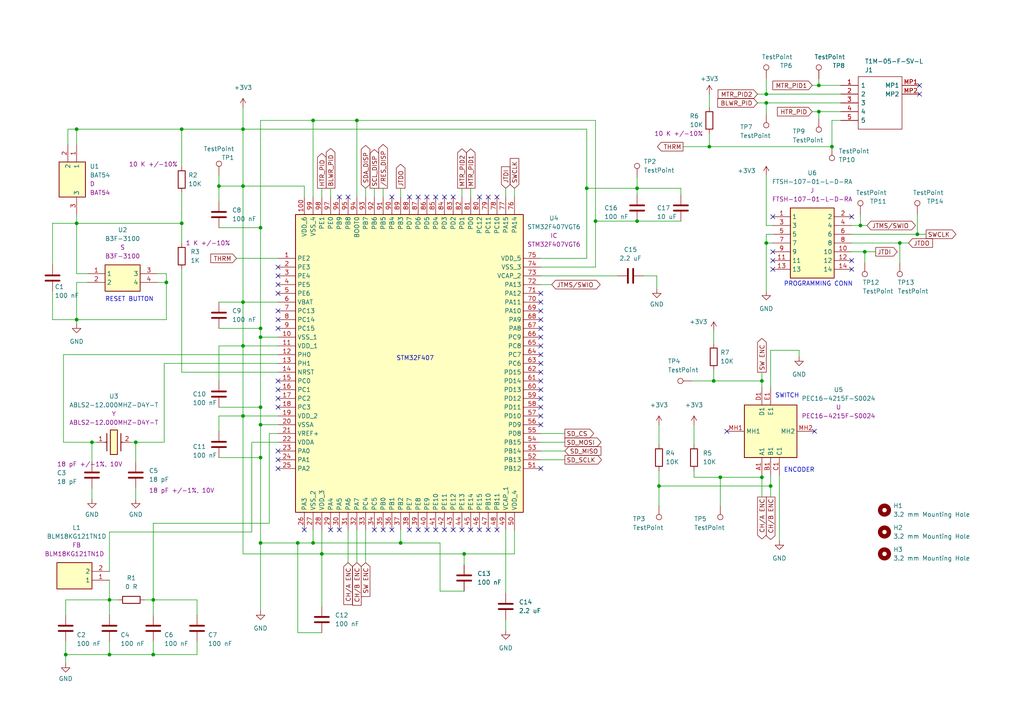
<source format=kicad_sch>
(kicad_sch (version 20231120) (generator "eeschema") (generator_version "8.0")
  (paper "A4")
  (lib_symbols
    (symbol "ABLS2-12_000MHZ-D4Y-T:ABLS2-12.000MHZ-D4Y-T" (pin_names hide)
      (property "Value" "ABLS2-12.000MHZ-D4Y-T" (at 0 0 0))
      (property "Reference_1" "Y" (at 8.89 6.35 0))
      (property "Value_1" "ABLS2-12.000MHZ-D4Y-T" (at 8.89 3.81 0))
      (symbol "ABLS2-12.000MHZ-D4Y-T_1_1"
        (pin passive line (at 0 0 0) (length 2.54) (name "1") (number "1"))
        (pin passive line (at 10.16 0 180) (length 2.54) (name "2") (number "2"))
      )
    )
    (symbol "B3F-3100:B3F-3100"
      (property "Value" "B3F-3100" (at 0 0 0))
      (property "Reference_1" "S" (at 16.51 7.62 0))
      (property "Value_1" "B3F-3100" (at 16.51 5.08 0))
      (symbol "B3F-3100_1_1"
        (pin passive line (at 0 0 0) (length 5.08) (name "1") (number "1"))
        (pin passive line (at 0 -2.54 0) (length 5.08) (name "2") (number "2"))
        (pin passive line (at 20.32 0 180) (length 5.08) (name "3") (number "3"))
        (pin passive line (at 20.32 -2.54 180) (length 5.08) (name "4") (number "4"))
      )
    )
    (symbol "BAT54:BAT54"
      (property "Value" "BAT54" (at 0 0 0))
      (property "Reference_1" "D" (at 16.51 7.62 0))
      (property "Value_1" "BAT54" (at 16.51 5.08 0))
      (symbol "BAT54_1_1"
        (pin passive line (at 0 0 0) (length 5.08) (name "1") (number "1"))
        (pin passive line (at 0 -2.54 0) (length 5.08) (name "2") (number "2"))
        (pin passive line (at 20.32 0 180) (length 5.08) (name "3") (number "3"))
      )
    )
    (symbol "BLM18KG121TN1D:BLM18KG121TN1D"
      (property "Value" "BLM18KG121TN1D" (at 0 0 0))
      (property "Reference_1" "FB" (at 16.51 7.62 0))
      (property "Value_1" "BLM18KG121TN1D" (at 16.51 5.08 0))
      (symbol "BLM18KG121TN1D_1_1"
        (pin passive line (at 0 0 0) (length 5.08) (name "1") (number "1"))
        (pin passive line (at 0 -2.54 0) (length 5.08) (name "2") (number "2"))
      )
    )
    (symbol "Connector:TestPoint" (pin_numbers hide) (pin_names (offset 0.762) hide)
      (property "Reference" "TP" (at 0 6.858 0))
      (property "Value" "TestPoint" (at 0 5.08 0))
      (symbol "TestPoint_1_1"
        (pin passive line (at 0 0 90) (length 2.54) (name "1") (number "1"))
      )
    )
    (symbol "Device:C" (pin_numbers hide) (pin_names (offset 0.254))
      (property "Reference" "C" (at 0.635 2.54 0))
      (property "Value" "C" (at 0.635 -2.54 0))
      (symbol "C_1_1"
        (pin passive line (at 0 3.81 270) (length 2.794) (name "~") (number "1"))
        (pin passive line (at 0 -3.81 90) (length 2.794) (name "~") (number "2"))
      )
    )
    (symbol "Device:R" (pin_numbers hide) (pin_names (offset 0))
      (property "Reference" "R" (at 2.032 0 90))
      (property "Value" "R" (at 0 0 90))
      (symbol "R_1_1"
        (pin passive line (at 0 3.81 270) (length 1.27) (name "~") (number "1"))
        (pin passive line (at 0 -3.81 90) (length 1.27) (name "~") (number "2"))
      )
    )
    (symbol "FTSH-107-01-L-D-RA:FTSH-107-01-L-D-RA"
      (property "Value" "FTSH-107-01-L-D-RA" (at 0 0 0))
      (property "Reference_1" "J" (at 19.05 7.62 0))
      (property "Value_1" "FTSH-107-01-L-D-RA" (at 19.05 5.08 0))
      (symbol "FTSH-107-01-L-D-RA_1_1"
        (pin passive line (at 0 0 0) (length 5.08) (name "1") (number "1"))
        (pin passive line (at 22.86 -10.16 180) (length 5.08) (name "10") (number "10"))
        (pin passive line (at 0 -12.7 0) (length 5.08) (name "11") (number "11"))
        (pin passive line (at 22.86 -12.7 180) (length 5.08) (name "12") (number "12"))
        (pin passive line (at 0 -15.24 0) (length 5.08) (name "13") (number "13"))
        (pin passive line (at 22.86 -15.24 180) (length 5.08) (name "14") (number "14"))
        (pin passive line (at 22.86 0 180) (length 5.08) (name "2") (number "2"))
        (pin passive line (at 0 -2.54 0) (length 5.08) (name "3") (number "3"))
        (pin passive line (at 22.86 -2.54 180) (length 5.08) (name "4") (number "4"))
        (pin passive line (at 0 -5.08 0) (length 5.08) (name "5") (number "5"))
        (pin passive line (at 22.86 -5.08 180) (length 5.08) (name "6") (number "6"))
        (pin passive line (at 0 -7.62 0) (length 5.08) (name "7") (number "7"))
        (pin passive line (at 22.86 -7.62 180) (length 5.08) (name "8") (number "8"))
        (pin passive line (at 0 -10.16 0) (length 5.08) (name "9") (number "9"))
      )
    )
    (symbol "Mechanical:MountingHole" (pin_names (offset 1.016))
      (property "Reference" "H" (at 0 5.08 0))
      (property "Value" "MountingHole" (at 0 3.175 0))
    )
    (symbol "PEC16-4215F-S0024:PEC16-4215F-S0024"
      (property "Value" "PEC16-4215F-S0024" (at 0 0 0))
      (property "Reference_1" "U" (at 21.59 12.7 0))
      (property "Value_1" "PEC16-4215F-S0024" (at 21.59 10.16 0))
      (symbol "PEC16-4215F-S0024_1_1"
        (pin passive line (at 10.16 -12.7 90) (length 5.08) (name "A1") (number "A1"))
        (pin passive line (at 12.7 -12.7 90) (length 5.08) (name "B1") (number "B1"))
        (pin passive line (at 15.24 -12.7 90) (length 5.08) (name "C1") (number "C1"))
        (pin passive line (at 10.16 12.7 270) (length 5.08) (name "D1") (number "D1"))
        (pin passive line (at 12.7 12.7 270) (length 5.08) (name "E1") (number "E1"))
        (pin passive line (at 0 0 0) (length 5.08) (name "MH1") (number "MH1"))
        (pin passive line (at 25.4 0 180) (length 5.08) (name "MH2") (number "MH2"))
      )
    )
    (symbol "STM32F407VGT6:STM32F407VGT6"
      (property "Value" "STM32F407VGT6" (at 0 0 0))
      (property "Reference_1" "IC" (at 72.39 17.78 0))
      (property "Value_1" "STM32F407VGT6" (at 72.39 15.24 0))
      (symbol "STM32F407VGT6_1_1"
        (pin passive line (at 0 0 0) (length 5.08) (name "PE2") (number "1"))
        (pin passive line (at 0 -22.86 0) (length 5.08) (name "VSS_1") (number "10"))
        (pin passive line (at 7.62 17.78 270) (length 5.08) (name "VDD_6") (number "100"))
        (pin passive line (at 0 -25.4 0) (length 5.08) (name "VDD_1") (number "11"))
        (pin passive line (at 0 -27.94 0) (length 5.08) (name "PH0") (number "12"))
        (pin passive line (at 0 -30.48 0) (length 5.08) (name "PH1") (number "13"))
        (pin passive line (at 0 -33.02 0) (length 5.08) (name "NRST") (number "14"))
        (pin passive line (at 0 -35.56 0) (length 5.08) (name "PC0") (number "15"))
        (pin passive line (at 0 -38.1 0) (length 5.08) (name "PC1") (number "16"))
        (pin passive line (at 0 -40.64 0) (length 5.08) (name "PC2") (number "17"))
        (pin passive line (at 0 -43.18 0) (length 5.08) (name "PC3") (number "18"))
        (pin passive line (at 0 -45.72 0) (length 5.08) (name "VDD_2") (number "19"))
        (pin passive line (at 0 -2.54 0) (length 5.08) (name "PE3") (number "2"))
        (pin passive line (at 0 -48.26 0) (length 5.08) (name "VSSA") (number "20"))
        (pin passive line (at 0 -50.8 0) (length 5.08) (name "VREF+") (number "21"))
        (pin passive line (at 0 -53.34 0) (length 5.08) (name "VDDA") (number "22"))
        (pin passive line (at 0 -55.88 0) (length 5.08) (name "PA0") (number "23"))
        (pin passive line (at 0 -58.42 0) (length 5.08) (name "PA1") (number "24"))
        (pin passive line (at 0 -60.96 0) (length 5.08) (name "PA2") (number "25"))
        (pin passive line (at 7.62 -78.74 90) (length 5.08) (name "PA3") (number "26"))
        (pin passive line (at 10.16 -78.74 90) (length 5.08) (name "VSS_2") (number "27"))
        (pin passive line (at 12.7 -78.74 90) (length 5.08) (name "VDD_3") (number "28"))
        (pin passive line (at 15.24 -78.74 90) (length 5.08) (name "PA4") (number "29"))
        (pin passive line (at 0 -5.08 0) (length 5.08) (name "PE4") (number "3"))
        (pin passive line (at 17.78 -78.74 90) (length 5.08) (name "PA5") (number "30"))
        (pin passive line (at 20.32 -78.74 90) (length 5.08) (name "PA6") (number "31"))
        (pin passive line (at 22.86 -78.74 90) (length 5.08) (name "PA7") (number "32"))
        (pin passive line (at 25.4 -78.74 90) (length 5.08) (name "PC4") (number "33"))
        (pin passive line (at 27.94 -78.74 90) (length 5.08) (name "PC5") (number "34"))
        (pin passive line (at 30.48 -78.74 90) (length 5.08) (name "PB0") (number "35"))
        (pin passive line (at 33.02 -78.74 90) (length 5.08) (name "PB1") (number "36"))
        (pin passive line (at 35.56 -78.74 90) (length 5.08) (name "PB2") (number "37"))
        (pin passive line (at 38.1 -78.74 90) (length 5.08) (name "PE7") (number "38"))
        (pin passive line (at 40.64 -78.74 90) (length 5.08) (name "PE8") (number "39"))
        (pin passive line (at 0 -7.62 0) (length 5.08) (name "PE5") (number "4"))
        (pin passive line (at 43.18 -78.74 90) (length 5.08) (name "PE9") (number "40"))
        (pin passive line (at 45.72 -78.74 90) (length 5.08) (name "PE10") (number "41"))
        (pin passive line (at 48.26 -78.74 90) (length 5.08) (name "PE11") (number "42"))
        (pin passive line (at 50.8 -78.74 90) (length 5.08) (name "PE12") (number "43"))
        (pin passive line (at 53.34 -78.74 90) (length 5.08) (name "PE13") (number "44"))
        (pin passive line (at 55.88 -78.74 90) (length 5.08) (name "PE14") (number "45"))
        (pin passive line (at 58.42 -78.74 90) (length 5.08) (name "PE15") (number "46"))
        (pin passive line (at 60.96 -78.74 90) (length 5.08) (name "PB10") (number "47"))
        (pin passive line (at 63.5 -78.74 90) (length 5.08) (name "PB11") (number "48"))
        (pin passive line (at 66.04 -78.74 90) (length 5.08) (name "VCAP_1") (number "49"))
        (pin passive line (at 0 -10.16 0) (length 5.08) (name "PE6") (number "5"))
        (pin passive line (at 68.58 -78.74 90) (length 5.08) (name "VDD_4") (number "50"))
        (pin passive line (at 76.2 -60.96 180) (length 5.08) (name "PB12") (number "51"))
        (pin passive line (at 76.2 -58.42 180) (length 5.08) (name "PB13") (number "52"))
        (pin passive line (at 76.2 -55.88 180) (length 5.08) (name "PB14") (number "53"))
        (pin passive line (at 76.2 -53.34 180) (length 5.08) (name "PB15") (number "54"))
        (pin passive line (at 76.2 -50.8 180) (length 5.08) (name "PD8") (number "55"))
        (pin passive line (at 76.2 -48.26 180) (length 5.08) (name "PD9") (number "56"))
        (pin passive line (at 76.2 -45.72 180) (length 5.08) (name "PD10") (number "57"))
        (pin passive line (at 76.2 -43.18 180) (length 5.08) (name "PD11") (number "58"))
        (pin passive line (at 76.2 -40.64 180) (length 5.08) (name "PD12") (number "59"))
        (pin passive line (at 0 -12.7 0) (length 5.08) (name "VBAT") (number "6"))
        (pin passive line (at 76.2 -38.1 180) (length 5.08) (name "PD13") (number "60"))
        (pin passive line (at 76.2 -35.56 180) (length 5.08) (name "PD14") (number "61"))
        (pin passive line (at 76.2 -33.02 180) (length 5.08) (name "PD15") (number "62"))
        (pin passive line (at 76.2 -30.48 180) (length 5.08) (name "PC6") (number "63"))
        (pin passive line (at 76.2 -27.94 180) (length 5.08) (name "PC7") (number "64"))
        (pin passive line (at 76.2 -25.4 180) (length 5.08) (name "PC8") (number "65"))
        (pin passive line (at 76.2 -22.86 180) (length 5.08) (name "PC9") (number "66"))
        (pin passive line (at 76.2 -20.32 180) (length 5.08) (name "PA8") (number "67"))
        (pin passive line (at 76.2 -17.78 180) (length 5.08) (name "PA9") (number "68"))
        (pin passive line (at 76.2 -15.24 180) (length 5.08) (name "PA10") (number "69"))
        (pin passive line (at 0 -15.24 0) (length 5.08) (name "PC13") (number "7"))
        (pin passive line (at 76.2 -12.7 180) (length 5.08) (name "PA11") (number "70"))
        (pin passive line (at 76.2 -10.16 180) (length 5.08) (name "PA12") (number "71"))
        (pin passive line (at 76.2 -7.62 180) (length 5.08) (name "PA13") (number "72"))
        (pin passive line (at 76.2 -5.08 180) (length 5.08) (name "VCAP_2") (number "73"))
        (pin passive line (at 76.2 -2.54 180) (length 5.08) (name "VSS_3") (number "74"))
        (pin passive line (at 76.2 0 180) (length 5.08) (name "VDD_5") (number "75"))
        (pin passive line (at 68.58 17.78 270) (length 5.08) (name "PA14") (number "76"))
        (pin passive line (at 66.04 17.78 270) (length 5.08) (name "PA15") (number "77"))
        (pin passive line (at 63.5 17.78 270) (length 5.08) (name "PC10") (number "78"))
        (pin passive line (at 60.96 17.78 270) (length 5.08) (name "PC11") (number "79"))
        (pin passive line (at 0 -17.78 0) (length 5.08) (name "PC14") (number "8"))
        (pin passive line (at 58.42 17.78 270) (length 5.08) (name "PC12") (number "80"))
        (pin passive line (at 55.88 17.78 270) (length 5.08) (name "PD0") (number "81"))
        (pin passive line (at 53.34 17.78 270) (length 5.08) (name "PD1") (number "82"))
        (pin passive line (at 50.8 17.78 270) (length 5.08) (name "PD2") (number "83"))
        (pin passive line (at 48.26 17.78 270) (length 5.08) (name "PD3") (number "84"))
        (pin passive line (at 45.72 17.78 270) (length 5.08) (name "PD4") (number "85"))
        (pin passive line (at 43.18 17.78 270) (length 5.08) (name "PD5") (number "86"))
        (pin passive line (at 40.64 17.78 270) (length 5.08) (name "PD6") (number "87"))
        (pin passive line (at 38.1 17.78 270) (length 5.08) (name "PD7") (number "88"))
        (pin passive line (at 35.56 17.78 270) (length 5.08) (name "PB3") (number "89"))
        (pin passive line (at 0 -20.32 0) (length 5.08) (name "PC15") (number "9"))
        (pin passive line (at 33.02 17.78 270) (length 5.08) (name "PB4") (number "90"))
        (pin passive line (at 30.48 17.78 270) (length 5.08) (name "PB5") (number "91"))
        (pin passive line (at 27.94 17.78 270) (length 5.08) (name "PB6") (number "92"))
        (pin passive line (at 25.4 17.78 270) (length 5.08) (name "PB7") (number "93"))
        (pin passive line (at 22.86 17.78 270) (length 5.08) (name "BOOT0") (number "94"))
        (pin passive line (at 20.32 17.78 270) (length 5.08) (name "PB8") (number "95"))
        (pin passive line (at 17.78 17.78 270) (length 5.08) (name "PB9") (number "96"))
        (pin passive line (at 15.24 17.78 270) (length 5.08) (name "PE0") (number "97"))
        (pin passive line (at 12.7 17.78 270) (length 5.08) (name "PE1") (number "98"))
        (pin passive line (at 10.16 17.78 270) (length 5.08) (name "VSS_4") (number "99"))
      )
    )
    (symbol "T1M-05-F-SV-L:T1M-05-F-SV-L" (pin_names (offset 0.762))
      (property "Reference" "J" (at 19.05 7.62 0))
      (property "Value" "T1M-05-F-SV-L" (at 19.05 5.08 0))
      (symbol "T1M-05-F-SV-L_0_0"
        (pin passive line (at 0 0 0) (length 5.08) (name "1") (number "1"))
        (pin passive line (at 0 -2.54 0) (length 5.08) (name "2") (number "2"))
        (pin passive line (at 0 -5.08 0) (length 5.08) (name "3") (number "3"))
        (pin passive line (at 0 -7.62 0) (length 5.08) (name "4") (number "4"))
        (pin passive line (at 0 -10.16 0) (length 5.08) (name "5") (number "5"))
        (pin passive line (at 22.86 0 180) (length 5.08) (name "MP1") (number "MP1"))
        (pin passive line (at 22.86 -2.54 180) (length 5.08) (name "MP2") (number "MP2"))
      )
    )
    (symbol "power:+3.3V" (power) (pin_names (offset 0))
      (property "Value" "+3.3V" (at 0 3.556 0))
      (symbol "+3.3V_1_1"
        (pin power_in line (at 0 0 90) (length 0) hide (name "+3V3") (number "1"))
      )
    )
    (symbol "power:GND" (power) (pin_names (offset 0))
      (property "Value" "GND" (at 0 -3.81 0))
      (symbol "GND_1_1"
        (pin power_in line (at 0 0 270) (length 0) hide (name "GND") (number "1"))
      )
    )
  )
  (junction (at 75.565 95.25))
  (junction (at 237.49 32.385))
  (junction (at 75.565 118.11))
  (junction (at 31.75 173.99))
  (junction (at 90.805 157.48))
  (junction (at 222.25 27.305))
  (junction (at 191.135 140.97))
  (junction (at 170.18 54.61))
  (junction (at 70.485 53.975))
  (junction (at 75.565 66.04))
  (junction (at 75.565 97.79))
  (junction (at 48.26 81.915))
  (junction (at 116.205 157.48))
  (junction (at 52.705 64.77))
  (junction (at 26.67 128.27))
  (junction (at 223.52 140.97))
  (junction (at 70.485 120.65))
  (junction (at 44.45 189.865))
  (junction (at 70.485 100.33))
  (junction (at 75.565 157.48))
  (junction (at 44.45 173.99))
  (junction (at 52.705 37.465))
  (junction (at 205.74 42.545))
  (junction (at 260.985 70.485))
  (junction (at 241.3 42.545))
  (junction (at 220.98 138.43))
  (junction (at 266.065 67.945))
  (junction (at 184.785 64.135))
  (junction (at 134.62 160.655))
  (junction (at 22.225 37.465))
  (junction (at 220.98 110.49))
  (junction (at 249.555 65.405))
  (junction (at 250.825 73.025))
  (junction (at 22.225 64.77))
  (junction (at 75.565 123.19))
  (junction (at 184.785 54.61))
  (junction (at 222.25 29.845))
  (junction (at 70.485 37.465))
  (junction (at 208.915 138.43))
  (junction (at 22.225 92.71))
  (junction (at 237.49 24.765))
  (junction (at 103.505 34.925))
  (junction (at 39.37 128.27))
  (junction (at 19.05 189.865))
  (junction (at 207.01 110.49))
  (junction (at 93.345 160.655))
  (junction (at 222.25 70.485))
  (junction (at 75.565 132.715))
  (junction (at 63.5 53.975))
  (junction (at 172.72 64.135))
  (junction (at 86.36 157.48))
  (junction (at 90.805 34.925))
  (junction (at 70.485 87.63))
  (junction (at 31.75 189.865))
  (no_connect (at 113.665 57.15))
  (no_connect (at 236.22 125.095))
  (no_connect (at 210.82 125.095))
  (no_connect (at 80.645 133.35))
  (no_connect (at 80.645 135.89))
  (no_connect (at 80.645 110.49))
  (no_connect (at 80.645 113.03))
  (no_connect (at 80.645 115.57))
  (no_connect (at 80.645 118.11))
  (no_connect (at 80.645 95.25))
  (no_connect (at 80.645 77.47))
  (no_connect (at 80.645 80.01))
  (no_connect (at 80.645 82.55))
  (no_connect (at 80.645 85.09))
  (no_connect (at 108.585 153.67))
  (no_connect (at 111.125 153.67))
  (no_connect (at 113.665 153.67))
  (no_connect (at 88.265 153.67))
  (no_connect (at 95.885 153.67))
  (no_connect (at 98.425 153.67))
  (no_connect (at 80.645 92.71))
  (no_connect (at 80.645 90.17))
  (no_connect (at 80.645 130.81))
  (no_connect (at 126.365 57.15))
  (no_connect (at 156.845 85.09))
  (no_connect (at 98.425 57.15))
  (no_connect (at 100.965 57.15))
  (no_connect (at 139.065 57.15))
  (no_connect (at 141.605 57.15))
  (no_connect (at 128.905 57.15))
  (no_connect (at 131.445 57.15))
  (no_connect (at 144.145 57.15))
  (no_connect (at 126.365 153.67))
  (no_connect (at 123.825 153.67))
  (no_connect (at 121.285 153.67))
  (no_connect (at 118.745 153.67))
  (no_connect (at 144.145 153.67))
  (no_connect (at 141.605 153.67))
  (no_connect (at 139.065 153.67))
  (no_connect (at 136.525 153.67))
  (no_connect (at 133.985 153.67))
  (no_connect (at 131.445 153.67))
  (no_connect (at 128.905 153.67))
  (no_connect (at 156.845 118.11))
  (no_connect (at 156.845 120.65))
  (no_connect (at 156.845 123.19))
  (no_connect (at 156.845 135.89))
  (no_connect (at 156.845 87.63))
  (no_connect (at 156.845 90.17))
  (no_connect (at 156.845 92.71))
  (no_connect (at 156.845 95.25))
  (no_connect (at 156.845 97.79))
  (no_connect (at 156.845 100.33))
  (no_connect (at 156.845 102.87))
  (no_connect (at 156.845 105.41))
  (no_connect (at 123.825 57.15))
  (no_connect (at 118.745 57.15))
  (no_connect (at 121.285 57.15))
  (no_connect (at 156.845 107.95))
  (no_connect (at 156.845 110.49))
  (no_connect (at 156.845 113.03))
  (no_connect (at 156.845 115.57))
  (no_connect (at 224.155 75.565))
  (no_connect (at 224.155 78.105))
  (no_connect (at 224.155 73.025))
  (no_connect (at 247.015 75.565))
  (no_connect (at 247.015 78.105))
  (no_connect (at 266.7 24.765))
  (no_connect (at 266.7 27.305))
  (no_connect (at 224.155 62.865))
  (no_connect (at 247.015 62.865))
  (wire (pts (xy 235.585 32.385) (xy 237.49 32.385)))
  (wire (pts (xy 156.845 130.81) (xy 163.83 130.81)))
  (wire (pts (xy 170.18 37.465) (xy 170.18 54.61)))
  (wire (pts (xy 95.885 54.61) (xy 95.885 57.15)))
  (wire (pts (xy 75.565 123.19) (xy 80.645 123.19)))
  (wire (pts (xy 222.25 70.485) (xy 222.25 84.455)))
  (wire (pts (xy 111.125 54.61) (xy 111.125 57.15)))
  (wire (pts (xy 247.015 65.405) (xy 249.555 65.405)))
  (wire (pts (xy 70.485 37.465) (xy 170.18 37.465)))
  (wire (pts (xy 88.265 53.975) (xy 70.485 53.975)))
  (wire (pts (xy 170.18 54.61) (xy 184.785 54.61)))
  (wire (pts (xy 156.845 133.35) (xy 163.83 133.35)))
  (wire (pts (xy 201.295 138.43) (xy 201.295 136.525)))
  (wire (pts (xy 146.685 54.61) (xy 146.685 57.15)))
  (wire (pts (xy 197.485 54.61) (xy 197.485 56.515)))
  (wire (pts (xy 75.565 123.19) (xy 75.565 132.715)))
  (wire (pts (xy 224.155 65.405) (xy 222.25 65.405)))
  (wire (pts (xy 184.785 54.61) (xy 184.785 56.515)))
  (wire (pts (xy 224.155 67.945) (xy 222.25 67.945)))
  (wire (pts (xy 63.5 53.975) (xy 63.5 58.42)))
  (wire (pts (xy 86.36 183.515) (xy 86.36 157.48)))
  (wire (pts (xy 80.645 87.63) (xy 70.485 87.63)))
  (wire (pts (xy 134.62 160.655) (xy 93.345 160.655)))
  (wire (pts (xy 222.25 50.8) (xy 222.25 65.405)))
  (wire (pts (xy 156.845 80.01) (xy 179.07 80.01)))
  (wire (pts (xy 31.75 168.275) (xy 31.75 173.99)))
  (wire (pts (xy 90.805 34.925) (xy 90.805 57.15)))
  (wire (pts (xy 47.625 105.41) (xy 80.645 105.41)))
  (wire (pts (xy 63.5 132.715) (xy 75.565 132.715)))
  (wire (pts (xy 191.135 123.19) (xy 191.135 128.905)))
  (wire (pts (xy 18.415 102.87) (xy 80.645 102.87)))
  (wire (pts (xy 190.5 80.01) (xy 190.5 83.82)))
  (wire (pts (xy 57.15 173.99) (xy 57.15 178.435)))
  (wire (pts (xy 222.25 29.845) (xy 243.84 29.845)))
  (wire (pts (xy 172.72 64.135) (xy 184.785 64.135)))
  (wire (pts (xy 19.05 173.99) (xy 19.05 178.435)))
  (wire (pts (xy 22.225 92.71) (xy 48.26 92.71)))
  (wire (pts (xy 93.345 153.67) (xy 93.345 160.655)))
  (wire (pts (xy 250.825 73.025) (xy 254 73.025)))
  (wire (pts (xy 205.74 38.735) (xy 205.74 42.545)))
  (wire (pts (xy 250.825 73.025) (xy 250.825 76.2)))
  (wire (pts (xy 75.565 132.715) (xy 75.565 157.48)))
  (wire (pts (xy 75.565 157.48) (xy 75.565 177.165)))
  (wire (pts (xy 134.62 171.45) (xy 127.635 171.45)))
  (wire (pts (xy 191.135 136.525) (xy 191.135 140.97)))
  (wire (pts (xy 205.74 42.545) (xy 241.3 42.545)))
  (wire (pts (xy 70.485 31.115) (xy 70.485 37.465)))
  (wire (pts (xy 103.505 153.67) (xy 103.505 163.195)))
  (wire (pts (xy 80.645 128.27) (xy 73.025 128.27)))
  (wire (pts (xy 19.05 189.865) (xy 31.75 189.865)))
  (wire (pts (xy 201.295 123.19) (xy 201.295 128.905)))
  (wire (pts (xy 39.37 141.605) (xy 39.37 144.78)))
  (wire (pts (xy 15.24 64.77) (xy 22.225 64.77)))
  (wire (pts (xy 80.645 100.33) (xy 70.485 100.33)))
  (wire (pts (xy 243.84 34.925) (xy 241.3 34.925)))
  (wire (pts (xy 78.105 125.73) (xy 78.105 151.765)))
  (wire (pts (xy 146.685 153.67) (xy 146.685 172.085)))
  (wire (pts (xy 223.52 137.795) (xy 223.52 140.97)))
  (wire (pts (xy 231.775 101.6) (xy 231.775 103.505)))
  (wire (pts (xy 223.52 101.6) (xy 231.775 101.6)))
  (wire (pts (xy 170.18 54.61) (xy 170.18 74.93)))
  (wire (pts (xy 146.685 179.705) (xy 146.685 182.88)))
  (wire (pts (xy 22.225 79.375) (xy 25.4 79.375)))
  (wire (pts (xy 39.37 128.27) (xy 39.37 133.985)))
  (wire (pts (xy 22.225 62.23) (xy 22.225 64.77)))
  (wire (pts (xy 70.485 160.655) (xy 70.485 120.65)))
  (wire (pts (xy 18.415 128.27) (xy 26.67 128.27)))
  (wire (pts (xy 247.015 67.945) (xy 266.065 67.945)))
  (wire (pts (xy 93.345 183.515) (xy 86.36 183.515)))
  (wire (pts (xy 184.785 51.435) (xy 184.785 54.61)))
  (wire (pts (xy 15.24 84.455) (xy 15.24 92.71)))
  (wire (pts (xy 260.985 70.485) (xy 260.985 76.2)))
  (wire (pts (xy 63.5 50.8) (xy 63.5 53.975)))
  (wire (pts (xy 106.045 54.61) (xy 106.045 57.15)))
  (wire (pts (xy 222.25 70.485) (xy 224.155 70.485)))
  (wire (pts (xy 222.25 22.86) (xy 222.25 27.305)))
  (wire (pts (xy 208.915 138.43) (xy 208.915 146.685)))
  (wire (pts (xy 184.785 64.135) (xy 197.485 64.135)))
  (wire (pts (xy 75.565 34.925) (xy 75.565 66.04)))
  (wire (pts (xy 207.01 95.885) (xy 207.01 99.695)))
  (wire (pts (xy 80.645 125.73) (xy 78.105 125.73)))
  (wire (pts (xy 75.565 66.04) (xy 75.565 95.25)))
  (wire (pts (xy 226.06 137.795) (xy 226.06 156.845)))
  (wire (pts (xy 47.625 128.27) (xy 47.625 105.41)))
  (wire (pts (xy 70.485 100.33) (xy 70.485 87.63)))
  (wire (pts (xy 44.45 151.765) (xy 44.45 173.99)))
  (wire (pts (xy 191.135 140.97) (xy 223.52 140.97)))
  (wire (pts (xy 207.01 110.49) (xy 207.01 107.315)))
  (wire (pts (xy 63.5 87.63) (xy 70.485 87.63)))
  (wire (pts (xy 237.49 22.86) (xy 237.49 24.765)))
  (wire (pts (xy 57.15 189.865) (xy 44.45 189.865)))
  (wire (pts (xy 31.75 189.865) (xy 44.45 189.865)))
  (wire (pts (xy 48.26 79.375) (xy 48.26 81.915)))
  (wire (pts (xy 247.015 70.485) (xy 260.985 70.485)))
  (wire (pts (xy 100.965 153.67) (xy 100.965 163.195)))
  (wire (pts (xy 90.805 157.48) (xy 86.36 157.48)))
  (wire (pts (xy 19.05 189.865) (xy 19.05 192.405)))
  (wire (pts (xy 88.265 57.15) (xy 88.265 53.975)))
  (wire (pts (xy 70.485 120.65) (xy 63.5 120.65)))
  (wire (pts (xy 237.49 32.385) (xy 243.84 32.385)))
  (wire (pts (xy 156.845 125.73) (xy 163.83 125.73)))
  (wire (pts (xy 116.205 153.67) (xy 116.205 157.48)))
  (wire (pts (xy 63.5 100.33) (xy 63.5 110.49)))
  (wire (pts (xy 22.225 37.465) (xy 52.705 37.465)))
  (wire (pts (xy 15.24 76.835) (xy 15.24 64.77)))
  (wire (pts (xy 266.065 67.945) (xy 268.605 67.945)))
  (wire (pts (xy 80.645 120.65) (xy 70.485 120.65)))
  (wire (pts (xy 63.5 118.11) (xy 75.565 118.11)))
  (wire (pts (xy 219.71 29.845) (xy 222.25 29.845)))
  (wire (pts (xy 31.75 186.055) (xy 31.75 189.865)))
  (wire (pts (xy 31.75 173.99) (xy 34.29 173.99)))
  (wire (pts (xy 19.05 173.99) (xy 31.75 173.99)))
  (wire (pts (xy 235.585 24.765) (xy 237.49 24.765)))
  (wire (pts (xy 90.805 153.67) (xy 90.805 157.48)))
  (wire (pts (xy 75.565 118.11) (xy 75.565 123.19)))
  (wire (pts (xy 18.415 102.87) (xy 18.415 128.27)))
  (wire (pts (xy 134.62 160.655) (xy 134.62 163.83)))
  (wire (pts (xy 90.805 34.925) (xy 103.505 34.925)))
  (wire (pts (xy 149.225 160.655) (xy 134.62 160.655)))
  (wire (pts (xy 127.635 157.48) (xy 116.205 157.48)))
  (wire (pts (xy 116.205 157.48) (xy 90.805 157.48)))
  (wire (pts (xy 191.135 140.97) (xy 191.135 146.685)))
  (wire (pts (xy 78.105 151.765) (xy 44.45 151.765)))
  (wire (pts (xy 52.705 64.77) (xy 22.225 64.77)))
  (wire (pts (xy 39.37 128.27) (xy 47.625 128.27)))
  (wire (pts (xy 156.845 74.93) (xy 170.18 74.93)))
  (wire (pts (xy 15.24 92.71) (xy 22.225 92.71)))
  (wire (pts (xy 249.555 62.23) (xy 249.555 65.405)))
  (wire (pts (xy 207.01 110.49) (xy 220.98 110.49)))
  (wire (pts (xy 44.45 189.865) (xy 44.45 186.055)))
  (wire (pts (xy 41.91 173.99) (xy 44.45 173.99)))
  (wire (pts (xy 80.645 97.79) (xy 75.565 97.79)))
  (wire (pts (xy 93.345 160.655) (xy 70.485 160.655)))
  (wire (pts (xy 220.98 138.43) (xy 220.98 144.145)))
  (wire (pts (xy 237.49 24.765) (xy 243.84 24.765)))
  (wire (pts (xy 156.845 82.55) (xy 160.02 82.55)))
  (wire (pts (xy 26.67 128.27) (xy 27.94 128.27)))
  (wire (pts (xy 22.225 41.91) (xy 22.225 37.465)))
  (wire (pts (xy 68.58 74.93) (xy 80.645 74.93)))
  (wire (pts (xy 45.72 79.375) (xy 48.26 79.375)))
  (wire (pts (xy 63.5 53.975) (xy 70.485 53.975)))
  (wire (pts (xy 52.705 37.465) (xy 52.705 48.26)))
  (wire (pts (xy 57.15 186.055) (xy 57.15 189.865)))
  (wire (pts (xy 25.4 81.915) (xy 22.225 81.915)))
  (wire (pts (xy 63.5 95.25) (xy 75.565 95.25)))
  (wire (pts (xy 241.3 34.925) (xy 241.3 42.545)))
  (wire (pts (xy 222.25 67.945) (xy 222.25 70.485)))
  (wire (pts (xy 200.66 110.49) (xy 207.01 110.49)))
  (wire (pts (xy 52.705 37.465) (xy 70.485 37.465)))
  (wire (pts (xy 31.75 173.99) (xy 31.75 178.435)))
  (wire (pts (xy 75.565 97.79) (xy 75.565 118.11)))
  (wire (pts (xy 44.45 173.99) (xy 57.15 173.99)))
  (wire (pts (xy 103.505 34.925) (xy 172.72 34.925)))
  (wire (pts (xy 75.565 34.925) (xy 90.805 34.925)))
  (wire (pts (xy 70.485 37.465) (xy 70.485 53.975)))
  (wire (pts (xy 52.705 78.105) (xy 52.705 107.95)))
  (wire (pts (xy 222.25 29.845) (xy 222.25 33.02)))
  (wire (pts (xy 136.525 54.61) (xy 136.525 57.15)))
  (wire (pts (xy 38.1 128.27) (xy 39.37 128.27)))
  (wire (pts (xy 205.74 27.305) (xy 205.74 31.115)))
  (wire (pts (xy 52.705 55.88) (xy 52.705 64.77)))
  (wire (pts (xy 93.345 54.61) (xy 93.345 57.15)))
  (wire (pts (xy 63.5 66.04) (xy 75.565 66.04)))
  (wire (pts (xy 184.785 54.61) (xy 197.485 54.61)))
  (wire (pts (xy 19.685 37.465) (xy 22.225 37.465)))
  (wire (pts (xy 22.225 81.915) (xy 22.225 92.71)))
  (wire (pts (xy 172.72 64.135) (xy 172.72 77.47)))
  (wire (pts (xy 108.585 54.61) (xy 108.585 57.15)))
  (wire (pts (xy 249.555 65.405) (xy 251.46 65.405)))
  (wire (pts (xy 260.985 70.485) (xy 263.525 70.485)))
  (wire (pts (xy 116.205 54.61) (xy 116.205 57.15)))
  (wire (pts (xy 52.705 64.77) (xy 52.705 70.485)))
  (wire (pts (xy 22.225 92.71) (xy 22.225 93.98)))
  (wire (pts (xy 70.485 53.975) (xy 70.485 87.63)))
  (wire (pts (xy 219.71 27.305) (xy 222.25 27.305)))
  (wire (pts (xy 22.225 64.77) (xy 22.225 79.375)))
  (wire (pts (xy 73.025 128.27) (xy 73.025 154.305)))
  (wire (pts (xy 156.845 77.47) (xy 172.72 77.47)))
  (wire (pts (xy 103.505 34.925) (xy 103.505 57.15)))
  (wire (pts (xy 172.72 34.925) (xy 172.72 64.135)))
  (wire (pts (xy 198.12 42.545) (xy 205.74 42.545)))
  (wire (pts (xy 45.72 81.915) (xy 48.26 81.915)))
  (wire (pts (xy 222.25 27.305) (xy 243.84 27.305)))
  (wire (pts (xy 223.52 112.395) (xy 223.52 101.6)))
  (wire (pts (xy 247.015 73.025) (xy 250.825 73.025)))
  (wire (pts (xy 186.69 80.01) (xy 190.5 80.01)))
  (wire (pts (xy 220.98 107.95) (xy 220.98 110.49)))
  (wire (pts (xy 19.05 186.055) (xy 19.05 189.865)))
  (wire (pts (xy 19.685 41.91) (xy 19.685 37.465)))
  (wire (pts (xy 220.98 110.49) (xy 220.98 112.395)))
  (wire (pts (xy 237.49 32.385) (xy 237.49 34.29)))
  (wire (pts (xy 63.5 120.65) (xy 63.5 125.095)))
  (wire (pts (xy 220.98 138.43) (xy 208.915 138.43)))
  (wire (pts (xy 26.67 128.27) (xy 26.67 133.985)))
  (wire (pts (xy 48.26 81.915) (xy 48.26 92.71)))
  (wire (pts (xy 44.45 173.99) (xy 44.45 178.435)))
  (wire (pts (xy 31.75 154.305) (xy 31.75 165.735)))
  (wire (pts (xy 266.065 62.23) (xy 266.065 67.945)))
  (wire (pts (xy 220.98 137.795) (xy 220.98 138.43)))
  (wire (pts (xy 52.705 107.95) (xy 80.645 107.95)))
  (wire (pts (xy 223.52 140.97) (xy 223.52 144.145)))
  (wire (pts (xy 208.915 138.43) (xy 201.295 138.43)))
  (wire (pts (xy 156.845 128.27) (xy 163.83 128.27)))
  (wire (pts (xy 93.345 160.655) (xy 93.345 175.895)))
  (wire (pts (xy 133.985 54.61) (xy 133.985 57.15)))
  (wire (pts (xy 86.36 157.48) (xy 75.565 157.48)))
  (wire (pts (xy 26.67 141.605) (xy 26.67 144.78)))
  (wire (pts (xy 127.635 171.45) (xy 127.635 157.48)))
  (wire (pts (xy 70.485 120.65) (xy 70.485 100.33)))
  (wire (pts (xy 70.485 100.33) (xy 63.5 100.33)))
  (wire (pts (xy 149.225 153.67) (xy 149.225 160.655)))
  (wire (pts (xy 75.565 95.25) (xy 75.565 97.79)))
  (wire (pts (xy 149.225 54.61) (xy 149.225 57.15)))
  (wire (pts (xy 73.025 154.305) (xy 31.75 154.305)))
  (wire (pts (xy 106.045 153.67) (xy 106.045 163.195)))
  (text "RESET BUTTON" (at 30.48 87.63 0) (effects (font (size 1.27 1.27)) (justify left bottom)))
  (text "ENCODER" (at 227.33 137.16 0) (effects (font (size 1.27 1.27)) (justify left bottom)))
  (text "STM32F407" (at 114.935 104.775 0) (effects (font (size 1.27 1.27)) (justify left bottom)))
  (text "SWITCH" (at 224.79 115.57 0) (effects (font (size 1.27 1.27)) (justify left bottom)))
  (text "PROGRAMMING CONN" (at 227.33 83.185 0) (effects (font (size 1.27 1.27)) (justify left bottom)))
  (global_label "CH{slash}A ENC" (shape output) (at 220.98 144.145 270) (property "Intersheetrefs" "${INTERSHEET_REFS}" (effects (hide yes))))
  (global_label "THRM" (shape input) (at 68.58 74.93 180) (property "Intersheetrefs" "${INTERSHEET_REFS}" (effects (hide yes))))
  (global_label "JTMS{slash}SWIO" (shape bidirectional) (at 160.02 82.55 0) (property "Intersheetrefs" "${INTERSHEET_REFS}" (effects (hide yes))))
  (global_label "SD_MOSI" (shape output) (at 163.83 128.27 0) (property "Intersheetrefs" "${INTERSHEET_REFS}" (effects (hide yes))))
  (global_label "MTR_PID2" (shape input) (at 219.71 27.305 180) (property "Intersheetrefs" "${INTERSHEET_REFS}" (effects (hide yes))))
  (global_label "SD_SCLK" (shape output) (at 163.83 133.35 0) (property "Intersheetrefs" "${INTERSHEET_REFS}" (effects (hide yes))))
  (global_label "THRM" (shape output) (at 198.12 42.545 180) (property "Intersheetrefs" "${INTERSHEET_REFS}" (effects (hide yes))))
  (global_label "CH{slash}B ENC" (shape input) (at 103.505 163.195 270) (property "Intersheetrefs" "${INTERSHEET_REFS}" (effects (hide yes))))
  (global_label "SWCLK" (shape input) (at 149.225 54.61 90) (property "Intersheetrefs" "${INTERSHEET_REFS}" (effects (hide yes))))
  (global_label "SWCLK" (shape output) (at 268.605 67.945 0) (property "Intersheetrefs" "${INTERSHEET_REFS}" (effects (hide yes))))
  (global_label "CH{slash}B ENC" (shape output) (at 223.52 144.145 270) (property "Intersheetrefs" "${INTERSHEET_REFS}" (effects (hide yes))))
  (global_label "JTDO" (shape output) (at 116.205 54.61 90) (property "Intersheetrefs" "${INTERSHEET_REFS}" (effects (hide yes))))
  (global_label "SD_CS" (shape output) (at 163.83 125.73 0) (property "Intersheetrefs" "${INTERSHEET_REFS}" (effects (hide yes))))
  (global_label "JTDO" (shape input) (at 263.525 70.485 0) (property "Intersheetrefs" "${INTERSHEET_REFS}" (effects (hide yes))))
  (global_label "SDA_DISP" (shape bidirectional) (at 106.045 54.61 90) (property "Intersheetrefs" "${INTERSHEET_REFS}" (effects (hide yes))))
  (global_label "MTR_PID1" (shape output) (at 136.525 54.61 90) (property "Intersheetrefs" "${INTERSHEET_REFS}" (effects (hide yes))))
  (global_label "SD_MISO" (shape input) (at 163.83 130.81 0) (property "Intersheetrefs" "${INTERSHEET_REFS}" (effects (hide yes))))
  (global_label "JTDI" (shape input) (at 146.685 54.61 90) (property "Intersheetrefs" "${INTERSHEET_REFS}" (effects (hide yes))))
  (global_label "CH{slash}A ENC" (shape input) (at 100.965 163.195 270) (property "Intersheetrefs" "${INTERSHEET_REFS}" (effects (hide yes))))
  (global_label "MTR_PID1" (shape input) (at 235.585 24.765 180) (property "Intersheetrefs" "${INTERSHEET_REFS}" (effects (hide yes))))
  (global_label "BLWR_PID" (shape input) (at 219.71 29.845 180) (property "Intersheetrefs" "${INTERSHEET_REFS}" (effects (hide yes))))
  (global_label "SW ENC" (shape output) (at 220.98 107.95 90) (property "Intersheetrefs" "${INTERSHEET_REFS}" (effects (hide yes))))
  (global_label "JTDI" (shape output) (at 254 73.025 0) (property "Intersheetrefs" "${INTERSHEET_REFS}" (effects (hide yes))))
  (global_label "MTR_PID2" (shape output) (at 133.985 54.61 90) (property "Intersheetrefs" "${INTERSHEET_REFS}" (effects (hide yes))))
  (global_label "JTMS{slash}SWIO" (shape bidirectional) (at 251.46 65.405 0) (property "Intersheetrefs" "${INTERSHEET_REFS}" (effects (hide yes))))
  (global_label "{slash}RES_DISP" (shape output) (at 111.125 54.61 90) (property "Intersheetrefs" "${INTERSHEET_REFS}" (effects (hide yes))))
  (global_label "HTR_PID" (shape output) (at 93.345 54.61 90) (property "Intersheetrefs" "${INTERSHEET_REFS}" (effects (hide yes))))
  (global_label "SCL_DISP" (shape output) (at 108.585 54.61 90) (property "Intersheetrefs" "${INTERSHEET_REFS}" (effects (hide yes))))
  (global_label "HTR_PID" (shape input) (at 235.585 32.385 180) (property "Intersheetrefs" "${INTERSHEET_REFS}" (effects (hide yes))))
  (global_label "SW ENC" (shape input) (at 106.045 163.195 270) (property "Intersheetrefs" "${INTERSHEET_REFS}" (effects (hide yes))))
  (global_label "BLWR_PID" (shape output) (at 95.885 54.61 90) (property "Intersheetrefs" "${INTERSHEET_REFS}" (effects (hide yes))))
  (symbol (lib_id "Connector:TestPoint") (at 200.66 110.49 90) (unit 1)
    (property "Reference" "TP4" (at 193.675 104.775 90) (effects (justify right)))
    (property "Value" "TestPoint" (at 193.675 107.315 90) (effects (justify right)))
    (property "Footprint" "TestPoint:TestPoint_Pad_D1.5mm" (effects (hide yes)))
  )
  (symbol (lib_id "Connector:TestPoint") (at 241.3 42.545 180) (unit 1)
    (property "Reference" "TP10" (at 243.205 46.355 0) (effects (justify right)))
    (property "Value" "TestPoint" (at 243.205 43.815 0) (effects (justify right)))
    (property "Footprint" "TestPoint:TestPoint_Pad_D1.5mm" (effects (hide yes)))
  )
  (symbol (lib_id "Device:C") (at 63.5 128.905 0) (unit 1)
    (property "Reference" "C11" (at 55.88 129.54 0) (effects (justify left)))
    (property "Value" "100 nF" (at 55.88 132.08 0) (effects (justify left)))
    (property "Footprint" "Capacitor_SMD:C_0603_1608Metric" (effects (hide yes)))
  )
  (symbol (lib_id "Device:C") (at 63.5 91.44 0) (unit 1)
    (property "Reference" "C9" (at 67.31 90.1699 0) (effects (justify left)))
    (property "Value" "100 nF" (at 67.31 92.7099 0) (effects (justify left)))
    (property "Footprint" "Capacitor_SMD:C_0603_1608Metric" (effects (hide yes)))
  )
  (symbol (lib_id "Device:R") (at 38.1 173.99 90) (unit 1)
    (property "Reference" "R1" (at 38.1 167.64 90))
    (property "Value" "0 R" (at 38.1 170.18 90))
    (property "Footprint" "Capacitor_SMD:C_0603_1608Metric" (effects (hide yes)))
  )
  (symbol (lib_id "power:+3.3V") (at 205.74 27.305 0) (unit 1)
    (property "Reference" "#PWR011" (effects (hide yes)))
    (property "Value" "+3V3" (at 205.74 22.86 0))
  )
  (symbol (lib_id "power:+3.3V") (at 70.485 31.115 0) (unit 1)
    (property "Reference" "#PWR05" (effects (hide yes)))
    (property "Value" "+3V3" (at 70.485 25.4 0))
  )
  (symbol (lib_id "power:GND") (at 231.775 103.505 0) (unit 1)
    (property "Reference" "#PWR016" (effects (hide yes)))
    (property "Value" "GND" (at 231.775 108.585 0))
  )
  (symbol (lib_id "Device:C") (at 93.345 179.705 0) (unit 1)
    (property "Reference" "C12" (at 97.155 178.4349 0) (effects (justify left)))
    (property "Value" "100 nF" (at 97.155 180.9749 0) (effects (justify left)))
    (property "Footprint" "Capacitor_SMD:C_0603_1608Metric" (effects (hide yes)))
  )
  (symbol (lib_id "FTSH-107-01-L-D-RA:FTSH-107-01-L-D-RA") (at 224.155 62.865 0) (unit 1)
    (property "Reference" "U6" (at 235.585 50.165 0))
    (property "Value" "FTSH-107-01-L-D-RA" (at 235.585 52.705 0))
    (property "Footprint" "FTSH-107-01-L-D-RA:FTSH-107-XX-YYY-D-RA" (effects (hide yes)))
    (property "Datasheet" "https://4donline.ihs.com/images/VipMasterIC/IC/SAMI/SAMI-S-A0003019604/SAMI-S-A0003019604-1.pdf?hkey=EF798316E3902B6ED9A73243A3159BB0" (effects (hide yes)))
    (property "Reference_1" "J" (at 235.585 55.245 0))
    (property "Value_1" "FTSH-107-01-L-D-RA" (at 235.585 57.785 0))
    (property "Footprint_1" "FTSH-107-XX-YYY-D-RA" (effects (hide yes)))
    (property "Datasheet_1" "http://suddendocs.samtec.com/prints/ftsh-1xx-xx-xxx-dv-xxx-xxx-mkt.pdf" (effects (hide yes)))
    (property "Manufacturer_Name" "SAMTEC" (effects (hide yes)))
    (property "Manufacturer_Part_Number" "FTSH-107-01-L-D-RA" (effects (hide yes)))
    (property "Mouser Part Number" "200-FTSH10701LDRA" (effects (hide yes)))
    (property "Mouser Price/Stock" "https://www.mouser.co.uk/ProductDetail/Samtec/FTSH-107-01-L-D-RA?qs=0lQeLiL1qybF0aZJAh4%252BXw%3D%3D" (effects (hide yes)))
    (property "Arrow Part Number" "FTSH-107-01-L-D-RA" (effects (hide yes)))
    (property "Arrow Price/Stock" "https://www.arrow.com/en/products/ftsh-107-01-l-d-ra/samtec" (effects (hide yes)))
  )
  (symbol (lib_id "Mechanical:MountingHole") (at 256.54 147.955 0) (unit 1)
    (property "Reference" "H1" (at 259.08 146.6849 0) (effects (justify left)))
    (property "Value" "3.2 mm Mounting Hole" (at 259.08 149.2249 0) (effects (justify left)))
    (property "Footprint" "MountingHole:MountingHole_3.2mm_M3" (effects (hide yes)))
  )
  (symbol (lib_id "Connector:TestPoint") (at 222.25 22.86 0) (unit 1)
    (property "Reference" "TP6" (at 229.87 19.05 0) (effects (justify right)))
    (property "Value" "TestPoint" (at 229.87 16.51 0) (effects (justify right)))
    (property "Footprint" "TestPoint:TestPoint_Pad_D1.5mm" (effects (hide yes)))
  )
  (symbol (lib_id "Device:C") (at 31.75 182.245 0) (unit 1)
    (property "Reference" "C4" (at 34.925 184.15 0) (effects (justify left)))
    (property "Value" "100 nF" (at 34.925 186.69 0) (effects (justify left)))
    (property "Footprint" "Capacitor_SMD:C_0603_1608Metric" (effects (hide yes)))
  )
  (symbol (lib_id "Connector:TestPoint") (at 63.5 50.8 0) (unit 1)
    (property "Reference" "TP1" (at 67.945 45.72 0) (effects (justify right)))
    (property "Value" "TestPoint" (at 67.945 43.18 0) (effects (justify right)))
    (property "Footprint" "TestPoint:TestPoint_Pad_D1.5mm" (effects (hide yes)))
  )
  (symbol (lib_id "Device:R") (at 205.74 34.925 0) (unit 1)
    (property "Reference" "R6" (at 200.025 33.655 0) (effects (justify left)))
    (property "Value" "10K" (at 200.025 36.195 0) (effects (justify left)))
    (property "Footprint" "Resistor_SMD:R_0805_2012Metric" (effects (hide yes)))
    (property "Reference_1" "10 K +/-10%" (at 196.85 38.735 0))
  )
  (symbol (lib_id "Device:C") (at 63.5 62.23 0) (unit 1)
    (property "Reference" "C8" (at 67.31 60.9599 0) (effects (justify left)))
    (property "Value" "100 nF" (at 67.31 63.4999 0) (effects (justify left)))
    (property "Footprint" "Capacitor_SMD:C_0603_1608Metric" (effects (hide yes)))
  )
  (symbol (lib_id "Device:C") (at 39.37 137.795 0) (unit 1)
    (property "Reference" "C5" (at 43.18 136.5249 0) (effects (justify left)))
    (property "Value" "18 pF" (at 43.18 139.0649 0) (effects (justify left)))
    (property "Footprint" "Capacitor_SMD:C_0603_1608Metric" (effects (hide yes)))
    (property "Reference_1" "18 pF +/-1%, 10V" (at 52.705 142.24 0))
  )
  (symbol (lib_id "Device:C") (at 57.15 182.245 0) (unit 1)
    (property "Reference" "C7" (at 60.325 184.15 0) (effects (justify left)))
    (property "Value" "100 nF" (at 60.325 186.69 0) (effects (justify left)))
    (property "Footprint" "Capacitor_SMD:C_0603_1608Metric" (effects (hide yes)))
  )
  (symbol (lib_id "Device:R") (at 207.01 103.505 0) (unit 1)
    (property "Reference" "R7" (at 208.915 102.2349 0) (effects (justify left)))
    (property "Value" "10K" (at 208.915 104.7749 0) (effects (justify left)))
    (property "Footprint" "Resistor_SMD:R_0805_2012Metric" (effects (hide yes)))
  )
  (symbol (lib_id "Device:C") (at 19.05 182.245 0) (unit 1)
    (property "Reference" "C2" (at 22.225 184.15 0) (effects (justify left)))
    (property "Value" "100 nF" (at 22.225 186.69 0) (effects (justify left)))
    (property "Footprint" "Capacitor_SMD:C_0603_1608Metric" (effects (hide yes)))
  )
  (symbol (lib_id "power:GND") (at 22.225 93.98 0) (unit 1)
    (property "Reference" "#PWR02" (effects (hide yes)))
    (property "Value" "GND" (at 22.225 99.06 0))
  )
  (symbol (lib_id "Device:C") (at 197.485 60.325 0) (unit 1)
    (property "Reference" "C17" (at 190.5 60.325 0) (effects (justify left)))
    (property "Value" "10 uF" (at 190.5 62.865 0) (effects (justify left)))
    (property "Footprint" "Capacitor_SMD:C_0805_2012Metric" (effects (hide yes)))
  )
  (symbol (lib_id "power:+3.3V") (at 207.01 95.885 0) (unit 1)
    (property "Reference" "#PWR012" (effects (hide yes)))
    (property "Value" "+3V3" (at 202.565 93.345 0))
  )
  (symbol (lib_id "power:GND") (at 226.06 156.845 0) (unit 1)
    (property "Reference" "#PWR015" (effects (hide yes)))
    (property "Value" "GND" (at 226.06 161.925 0))
  )
  (symbol (lib_id "Device:C") (at 182.88 80.01 90) (unit 1)
    (property "Reference" "C15" (at 182.88 72.39 90))
    (property "Value" "2.2 uF" (at 182.88 74.93 90))
    (property "Footprint" "Capacitor_SMD:C_0805_2012Metric" (effects (hide yes)))
  )
  (symbol (lib_id "Device:C") (at 44.45 182.245 0) (unit 1)
    (property "Reference" "C6" (at 47.625 184.15 0) (effects (justify left)))
    (property "Value" "100 nF" (at 47.625 186.69 0) (effects (justify left)))
    (property "Footprint" "Capacitor_SMD:C_0603_1608Metric" (effects (hide yes)))
  )
  (symbol (lib_id "power:GND") (at 19.05 192.405 0) (unit 1)
    (property "Reference" "#PWR01" (effects (hide yes)))
    (property "Value" "GND" (at 19.05 196.85 0))
  )
  (symbol (lib_id "Device:R") (at 52.705 52.07 0) (unit 1)
    (property "Reference" "R2" (at 54.61 50.7999 0) (effects (justify left)))
    (property "Value" "10K" (at 54.61 53.3399 0) (effects (justify left)))
    (property "Footprint" "Resistor_SMD:R_0805_2012Metric" (effects (hide yes)))
    (property "Reference_1" "10 K +/-10%" (at 44.45 47.625 0))
  )
  (symbol (lib_id "Connector:TestPoint") (at 250.825 76.2 180) (unit 1)
    (property "Reference" "TP12" (at 250.19 81.915 0) (effects (justify right)))
    (property "Value" "TestPoint" (at 250.19 84.455 0) (effects (justify right)))
    (property "Footprint" "TestPoint:TestPoint_Pad_D1.5mm" (effects (hide yes)))
  )
  (symbol (lib_id "power:+3.3V") (at 201.295 123.19 0) (unit 1)
    (property "Reference" "#PWR010" (effects (hide yes)))
    (property "Value" "+3V3" (at 201.295 117.475 0))
  )
  (symbol (lib_id "BLM18KG121TN1D:BLM18KG121TN1D") (at 31.75 168.275 180) (unit 1)
    (property "Reference" "L1" (at 22.225 153.035 0))
    (property "Value" "BLM18KG121TN1D" (at 22.225 155.575 0))
    (property "Footprint" "BLM18KG121TN1D:BLM18EG101TH1D" (effects (hide yes)))
    (property "Datasheet" "https://www.murata.com/products/productdata/8796738650142/ENFA0003.pdf" (effects (hide yes)))
    (property "Reference_1" "FB" (at 22.225 158.115 0))
    (property "Value_1" "BLM18KG121TN1D" (at 21.59 160.655 0))
    (property "Footprint_1" "BLM18EG101TH1D" (effects (hide yes)))
    (property "Datasheet_1" "http://www.murata.com/~/media/webrenewal/support/library/catalog/products/emc/emifil/c31e.ashx?la=en-gb" (effects (hide yes)))
    (property "Height" "0.75" (effects (hide yes)))
    (property "Manufacturer_Name" "Murata Electronics" (effects (hide yes)))
    (property "Manufacturer_Part_Number" "BLM18KG121TN1D" (effects (hide yes)))
    (property "Mouser Part Number" "81-BLM18KG121TN1D" (effects (hide yes)))
    (property "Mouser Price/Stock" "https://www.mouser.co.uk/ProductDetail/Murata-Electronics/BLM18KG121TN1D?qs=rvfpa0%252BU10PYAwVv0fw24Q%3D%3D" (effects (hide yes)))
    (property "Arrow Part Number" "BLM18KG121TN1D" (effects (hide yes)))
    (property "Arrow Price/Stock" "https://www.arrow.com/en/products/blm18kg121tn1d/murata-manufacturing?region=nac" (effects (hide yes)))
  )
  (symbol (lib_id "STM32F407VGT6:STM32F407VGT6") (at 80.645 74.93 0) (unit 1)
    (property "Reference" "U4" (at 160.655 63.2712 0))
    (property "Value" "STM32F407VGT6" (at 160.655 65.8112 0))
    (property "Footprint" "STM32F407VGT6:QFP50P1600X1600X160-100N" (effects (hide yes)))
    (property "Datasheet" "https://www.st.com/content/ccc/resource/technical/document/datasheet/ef/92/76/6d/bb/c2/4f/f7/DM00037051.pdf/files/DM00037051.pdf/jcr:content/translations/en.DM00037051.pdf" (effects (hide yes)))
    (property "Reference_1" "IC" (at 160.655 68.3512 0))
    (property "Value_1" "STM32F407VGT6" (at 160.655 70.8912 0))
    (property "Footprint_1" "QFP50P1600X1600X160-100N" (effects (hide yes)))
    (property "Datasheet_1" "http://www.st.com/web/en/resource/technical/document/datasheet/DM00037051.pdf" (effects (hide yes)))
    (property "Height" "1.6" (effects (hide yes)))
    (property "Manufacturer_Name" "STMicroelectronics" (effects (hide yes)))
    (property "Manufacturer_Part_Number" "STM32F407VGT6" (effects (hide yes)))
    (property "Mouser Part Number" "511-STM32F407VGT6" (effects (hide yes)))
    (property "Mouser Price/Stock" "https://www.mouser.co.uk/ProductDetail/STMicroelectronics/STM32F407VGT6?qs=Z8%252BeY1k3TIKAEQqwbO%2FOzA%3D%3D" (effects (hide yes)))
    (property "Arrow Part Number" "STM32F407VGT6" (effects (hide yes)))
    (property "Arrow Price/Stock" "https://www.arrow.com/en/products/stm32f407vgt6/stmicroelectronics?region=europe" (effects (hide yes)))
  )
  (symbol (lib_id "Connector:TestPoint") (at 191.135 146.685 180) (unit 1)
    (property "Reference" "TP3" (at 183.515 150.495 0) (effects (justify right)))
    (property "Value" "TestPoint" (at 183.515 153.035 0) (effects (justify right)))
    (property "Footprint" "TestPoint:TestPoint_Pad_D1.5mm" (effects (hide yes)))
  )
  (symbol (lib_id "PEC16-4215F-S0024:PEC16-4215F-S0024") (at 210.82 125.095 0) (unit 1)
    (property "Reference" "U5" (at 243.205 113.03 0))
    (property "Value" "PEC16-4215F-S0024" (at 243.205 115.57 0))
    (property "Footprint" "PEC16-4215F-S0024:PEC164120FS0012" (effects (hide yes)))
    (property "Datasheet" "https://4donline.ihs.com/images/VipMasterIC/IC/BOUR/BOUR-S-A0017677705/BOUR-S-A0017677705-1.pdf?hkey=EF798316E3902B6ED9A73243A3159BB0" (effects (hide yes)))
    (property "Reference_1" "U" (at 243.205 118.11 0))
    (property "Value_1" "PEC16-4215F-S0024" (at 243.205 120.65 0))
    (property "Footprint_1" "PEC164120FS0012" (effects (hide yes)))
    (property "Datasheet_1" "https://www.bourns.com/pdfs/PEC16.pdf" (effects (hide yes)))
    (property "Height" "28" (effects (hide yes)))
    (property "Manufacturer_Name" "Bourns" (effects (hide yes)))
    (property "Manufacturer_Part_Number" "PEC16-4215F-S0024" (effects (hide yes)))
    (property "Mouser Part Number" "652-PEC16-4215FS0024" (effects (hide yes)))
    (property "Mouser Price/Stock" "https://www.mouser.co.uk/ProductDetail/Bourns/PEC16-4215F-S0024?qs=7YHpgRs8DgzQIBCnJkHIgw%3D%3D" (effects (hide yes)))
    (property "Arrow Part Number" "PEC16-4215F-S0024" (effects (hide yes)))
    (property "Arrow Price/Stock" "https://www.arrow.com/en/products/pec16-4215f-s0024/bourns?region=nac" (effects (hide yes)))
  )
  (symbol (lib_id "Connector:TestPoint") (at 184.785 51.435 0) (unit 1)
    (property "Reference" "TP2" (at 186.69 46.8629 0) (effects (justify left)))
    (property "Value" "TestPoint" (at 186.69 49.4029 0) (effects (justify left)))
    (property "Footprint" "TestPoint:TestPoint_Pad_D1.5mm" (effects (hide yes)))
  )
  (symbol (lib_id "Connector:TestPoint") (at 208.915 146.685 180) (unit 1)
    (property "Reference" "TP5" (at 201.295 150.495 0) (effects (justify right)))
    (property "Value" "TestPoint" (at 201.295 153.035 0) (effects (justify right)))
    (property "Footprint" "TestPoint:TestPoint_Pad_D1.5mm" (effects (hide yes)))
  )
  (symbol (lib_id "Connector:TestPoint") (at 266.065 62.23 0) (unit 1)
    (property "Reference" "TP14" (at 273.685 58.42 0) (effects (justify right)))
    (property "Value" "TestPoint" (at 273.685 55.88 0) (effects (justify right)))
    (property "Footprint" "TestPoint:TestPoint_Pad_D1.5mm" (effects (hide yes)))
  )
  (symbol (lib_id "Mechanical:MountingHole") (at 256.54 160.655 0) (unit 1)
    (property "Reference" "H3" (at 259.08 159.3849 0) (effects (justify left)))
    (property "Value" "3.2 mm Mounting Hole" (at 259.08 161.9249 0) (effects (justify left)))
    (property "Footprint" "MountingHole:MountingHole_3.2mm_M3" (effects (hide yes)))
  )
  (symbol (lib_id "T1M-05-F-SV-L:T1M-05-F-SV-L") (at 243.84 24.765 0) (unit 1)
    (property "Reference" "J1" (at 250.825 20.32 0) (effects (justify left)))
    (property "Value" "T1M-05-F-SV-L" (at 250.825 17.78 0) (effects (justify left)))
    (property "Footprint" "T1M-05-F-SV-L:T1M05FSVL" (effects (hide yes)))
    (property "Datasheet" "http://suddendocs.samtec.com/prints/t1m-xx-x-sv-l-x-mkt.pdf" (effects (hide yes)))
    (property "Description" "5 Position, Discrete Wire Terminal Strip, 1.00 mm Pitch, Single-Row Vertical" (effects (hide yes)))
    (property "Height" "5.5" (effects (hide yes)))
    (property "Manufacturer_Name" "SAMTEC" (effects (hide yes)))
    (property "Manufacturer_Part_Number" "T1M-05-F-SV-L" (effects (hide yes)))
    (property "Mouser Part Number" "200-T1M05FSVL" (effects (hide yes)))
    (property "Mouser Price/Stock" "https://www.mouser.com/Search/Refine.aspx?Keyword=200-T1M05FSVL" (effects (hide yes)))
    (property "Arrow Part Number" "T1M-05-F-SV-L" (effects (hide yes)))
    (property "Arrow Price/Stock" "https://www.arrow.com/en/products/t1m-05-f-sv-l/samtec" (effects (hide yes)))
  )
  (symbol (lib_id "B3F-3100:B3F-3100") (at 25.4 79.375 0) (unit 1)
    (property "Reference" "U2" (at 35.56 66.675 0))
    (property "Value" "B3F-3100" (at 35.56 69.215 0))
    (property "Footprint" "B3F-3100:B3F3100" (effects (hide yes)))
    (property "Datasheet" "https://4donline.ihs.com/images/VipMasterIC/IC/OMRN/OMRN-S-A0016975765/OMRN-S-A0017501488-1.pdf?hkey=EF798316E3902B6ED9A73243A3159BB0" (effects (hide yes)))
    (property "Reference_1" "S" (at 35.56 71.755 0))
    (property "Value_1" "B3F-3100" (at 35.56 74.295 0))
    (property "Footprint_1" "B3F3100" (effects (hide yes)))
    (property "Datasheet_1" "http://omronfs.omron.com/en_US/ecb/products/pdf/en-b3f.pdf" (effects (hide yes)))
    (property "Height" "7" (effects (hide yes)))
    (property "Manufacturer_Name" "Omron Electronics" (effects (hide yes)))
    (property "Manufacturer_Part_Number" "B3F-3100" (effects (hide yes)))
    (property "Mouser Part Number" "653-B3F-3100" (effects (hide yes)))
    (property "Mouser Price/Stock" "https://www.mouser.co.uk/ProductDetail/Omron-Electronics/B3F-3100?qs=xU3oIf5SR1r1ubr5bt4Q4A%3D%3D" (effects (hide yes)))
    (property "Arrow Part Number" "B3F-3100" (effects (hide yes)))
    (property "Arrow Price/Stock" "https://www.arrow.com/en/products/b3f3100/omron?region=nac" (effects (hide yes)))
  )
  (symbol (lib_id "Device:R") (at 201.295 132.715 0) (unit 1)
    (property "Reference" "R5" (at 203.835 131.4449 0) (effects (justify left)))
    (property "Value" "10K" (at 203.835 133.9849 0) (effects (justify left)))
    (property "Footprint" "Resistor_SMD:R_0805_2012Metric" (effects (hide yes)))
  )
  (symbol (lib_id "power:+3.3V") (at 222.25 50.8 0) (unit 1)
    (property "Reference" "#PWR013" (effects (hide yes)))
    (property "Value" "+3V3" (at 216.535 49.53 0))
  )
  (symbol (lib_id "power:GND") (at 222.25 84.455 0) (unit 1)
    (property "Reference" "#PWR014" (effects (hide yes)))
    (property "Value" "GND" (at 222.25 89.535 0))
  )
  (symbol (lib_id "Connector:TestPoint") (at 249.555 62.23 0) (unit 1)
    (property "Reference" "TP11" (at 257.175 58.42 0) (effects (justify right)))
    (property "Value" "TestPoint" (at 257.175 55.88 0) (effects (justify right)))
    (property "Footprint" "TestPoint:TestPoint_Pad_D1.5mm" (effects (hide yes)))
  )
  (symbol (lib_id "power:GND") (at 146.685 182.88 0) (unit 1)
    (property "Reference" "#PWR07" (effects (hide yes)))
    (property "Value" "GND" (at 146.685 187.96 0))
  )
  (symbol (lib_id "Connector:TestPoint") (at 237.49 22.86 0) (unit 1)
    (property "Reference" "TP8" (at 245.11 19.05 0) (effects (justify right)))
    (property "Value" "TestPoint" (at 245.11 16.51 0) (effects (justify right)))
    (property "Footprint" "TestPoint:TestPoint_Pad_D1.5mm" (effects (hide yes)))
  )
  (symbol (lib_id "Mechanical:MountingHole") (at 256.54 154.305 0) (unit 1)
    (property "Reference" "H2" (at 259.08 153.035 0) (effects (justify left)))
    (property "Value" "3.2 mm Mounting Hole" (at 259.08 155.575 0) (effects (justify left)))
    (property "Footprint" "MountingHole:MountingHole_3.2mm_M3" (effects (hide yes)))
  )
  (symbol (lib_id "Device:R") (at 191.135 132.715 0) (unit 1)
    (property "Reference" "R4" (at 193.04 131.4449 0) (effects (justify left)))
    (property "Value" "10K" (at 193.04 133.9849 0) (effects (justify left)))
    (property "Footprint" "Resistor_SMD:R_0805_2012Metric" (effects (hide yes)))
  )
  (symbol (lib_id "power:GND") (at 75.565 177.165 0) (unit 1)
    (property "Reference" "#PWR06" (effects (hide yes)))
    (property "Value" "GND" (at 75.565 182.245 0))
  )
  (symbol (lib_id "Device:C") (at 146.685 175.895 0) (unit 1)
    (property "Reference" "C14" (at 150.495 174.6249 0) (effects (justify left)))
    (property "Value" "2.2 uF" (at 150.495 177.1649 0) (effects (justify left)))
    (property "Footprint" "Capacitor_SMD:C_0805_2012Metric" (effects (hide yes)))
  )
  (symbol (lib_id "power:GND") (at 26.67 144.78 0) (unit 1)
    (property "Reference" "#PWR03" (effects (hide yes)))
    (property "Value" "GND" (at 26.67 149.225 0))
  )
  (symbol (lib_id "Device:C") (at 184.785 60.325 0) (unit 1)
    (property "Reference" "C16" (at 175.26 60.325 0) (effects (justify left)))
    (property "Value" "100 nF" (at 175.26 62.865 0) (effects (justify left)))
    (property "Footprint" "Capacitor_SMD:C_0603_1608Metric" (effects (hide yes)))
  )
  (symbol (lib_id "power:GND") (at 39.37 144.78 0) (unit 1)
    (property "Reference" "#PWR04" (effects (hide yes)))
    (property "Value" "GND" (at 39.37 149.225 0))
  )
  (symbol (lib_id "Connector:TestPoint") (at 260.985 76.2 180) (unit 1)
    (property "Reference" "TP13" (at 260.35 81.915 0) (effects (justify right)))
    (property "Value" "TestPoint" (at 260.35 84.455 0) (effects (justify right)))
    (property "Footprint" "TestPoint:TestPoint_Pad_D1.5mm" (effects (hide yes)))
  )
  (symbol (lib_id "power:+3.3V") (at 191.135 123.19 0) (unit 1)
    (property "Reference" "#PWR09" (effects (hide yes)))
    (property "Value" "+3V3" (at 191.135 117.475 0))
  )
  (symbol (lib_id "Device:C") (at 63.5 114.3 0) (unit 1)
    (property "Reference" "C10" (at 55.88 114.3 0) (effects (justify left)))
    (property "Value" "100 nF" (at 55.88 116.84 0) (effects (justify left)))
    (property "Footprint" "Capacitor_SMD:C_0603_1608Metric" (effects (hide yes)))
  )
  (symbol (lib_id "power:GND") (at 190.5 83.82 0) (unit 1)
    (property "Reference" "#PWR08" (effects (hide yes)))
    (property "Value" "GND" (at 190.5 88.265 0))
  )
  (symbol (lib_id "Device:C") (at 134.62 167.64 0) (unit 1)
    (property "Reference" "C13" (at 138.43 166.3699 0) (effects (justify left)))
    (property "Value" "100 nF" (at 138.43 168.9099 0) (effects (justify left)))
    (property "Footprint" "Capacitor_SMD:C_0603_1608Metric" (effects (hide yes)))
  )
  (symbol (lib_id "Connector:TestPoint") (at 222.25 33.02 180) (unit 1)
    (property "Reference" "TP7" (at 214.63 36.83 0) (effects (justify right)))
    (property "Value" "TestPoint" (at 214.63 39.37 0) (effects (justify right)))
    (property "Footprint" "TestPoint:TestPoint_Pad_D1.5mm" (effects (hide yes)))
  )
  (symbol (lib_id "Device:C") (at 26.67 137.795 0) (unit 1)
    (property "Reference" "C3" (at 16.51 137.16 0) (effects (justify left)))
    (property "Value" "18 pF" (at 16.51 139.7 0) (effects (justify left)))
    (property "Footprint" "Capacitor_SMD:C_0603_1608Metric" (effects (hide yes)))
    (property "Reference_1" "18 pF +/-1%, 10V" (at 26.035 134.62 0))
  )
  (symbol (lib_id "BAT54:BAT54") (at 22.225 41.91 270) (unit 1)
    (property "Reference" "U1" (at 26.035 48.2599 90) (effects (justify left)))
    (property "Value" "BAT54" (at 26.035 50.7999 90) (effects (justify left)))
    (property "Footprint" "BAT54:SOT95P240X120-3N" (effects (hide yes)))
    (property "Reference_1" "D" (at 26.035 53.3399 90) (effects (justify left)))
    (property "Value_1" "BAT54" (at 26.035 55.8799 90) (effects (justify left)))
    (property "Footprint_1" "SOT95P240X120-3N" (effects (hide yes)))
    (property "Datasheet_1" "https://componentsearchengine.com/Datasheets/2/BAT54..pdf" (effects (hide yes)))
    (property "Height" "1.2" (effects (hide yes)))
    (property "Manufacturer_Name" "onsemi" (effects (hide yes)))
    (property "Manufacturer_Part_Number" "BAT54" (effects (hide yes)))
    (property "Mouser Part Number" "512-BAT54" (effects (hide yes)))
    (property "Mouser Price/Stock" "https://www.mouser.co.uk/ProductDetail/onsemi-Fairchild/BAT54?qs=WjC1ij5gCHPdWzOxiUxJOw%3D%3D" (effects (hide yes)))
    (property "Arrow Part Number" "BAT54" (effects (hide yes)))
    (property "Arrow Price/Stock" "https://www.arrow.com/en/products/bat54/on-semiconductor?region=nac" (effects (hide yes)))
  )
  (symbol (lib_id "Device:C") (at 15.24 80.645 0) (unit 1)
    (property "Reference" "C1" (at 15.875 83.185 0) (effects (justify left)))
    (property "Value" "100 nF" (at 15.875 85.725 0) (effects (justify left)))
    (property "Footprint" "Capacitor_SMD:C_0603_1608Metric" (effects (hide yes)))
  )
  (symbol (lib_id "ABLS2-12_000MHZ-D4Y-T:ABLS2-12.000MHZ-D4Y-T") (at 27.94 128.27 0) (unit 1)
    (property "Reference" "U3" (at 33.02 114.935 0))
    (property "Value" "ABLS2-12.000MHZ-D4Y-T" (at 33.02 117.475 0))
    (property "Footprint" "ABLS2-12:ABLS" (effects (hide yes)))
    (property "Datasheet" "https://4donline.ihs.com/images/VipMasterIC/IC/ABRC/ABRCS01943/ABRCS01943-1.pdf?hkey=EF798316E3902B6ED9A73243A3159BB0" (effects (hide yes)))
    (property "Reference_1" "Y" (at 33.02 120.015 0))
    (property "Value_1" "ABLS2-12.000MHZ-D4Y-T" (at 33.02 122.555 0))
    (property "Footprint_1" "ABLS" (effects (hide yes)))
    (property "Datasheet_1" "https://abracon.com/Resonators/abls.pdf" (effects (hide yes)))
    (property "Manufacturer_Name" "ABRACON" (effects (hide yes)))
    (property "Manufacturer_Part_Number" "ABLS2-12.000MHZ-D4Y-T" (effects (hide yes)))
    (property "Mouser Part Number" "815-ABLS2-12-D4Y-T" (effects (hide yes)))
    (property "Mouser Price/Stock" "https://www.mouser.co.uk/ProductDetail/ABRACON/ABLS2-12.000MHZ-D4Y-T?qs=LoTOQoUkC8Rn80rn3Dp9%252Bw%3D%3D" (effects (hide yes)))
    (property "Arrow Part Number" "ABLS2-12.000MHZ-D4Y-T" (effects (hide yes)))
    (property "Arrow Price/Stock" "https://www.arrow.com/en/products/abls2-12.000mhz-d4y-t/abracon?region=europe" (effects (hide yes)))
  )
  (symbol (lib_id "Device:R") (at 52.705 74.295 0) (unit 1)
    (property "Reference" "R3" (at 55.245 73.0249 0) (effects (justify left)))
    (property "Value" "1K" (at 55.245 75.5649 0) (effects (justify left)))
    (property "Footprint" "Resistor_SMD:R_0805_2012Metric" (effects (hide yes)))
    (property "Reference_1" "1 K +/-10%" (at 60.325 70.485 0))
  )
  (symbol (lib_id "Connector:TestPoint") (at 237.49 34.29 180) (unit 1)
    (property "Reference" "TP9" (at 229.87 38.1 0) (effects (justify right)))
    (property "Value" "TestPoint" (at 229.87 40.64 0) (effects (justify right)))
    (property "Footprint" "TestPoint:TestPoint_Pad_D1.5mm" (effects (hide yes)))
  )
)
</source>
